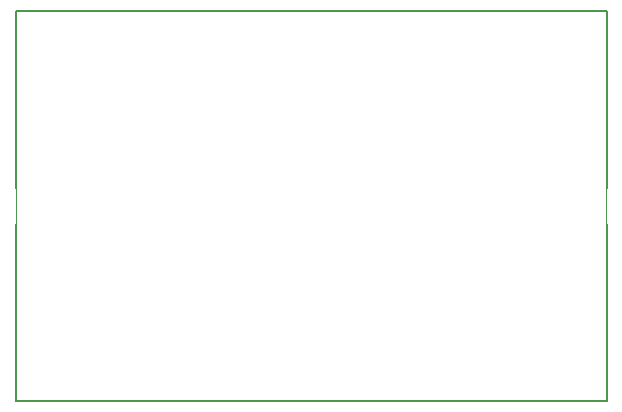
<source format=gko>
G04 #@! TF.GenerationSoftware,KiCad,Pcbnew,(6.0.0-rc1-dev-1521-g81a0ab4d7)*
G04 #@! TF.CreationDate,2019-02-16T01:33:36+09:00
G04 #@! TF.ProjectId,Linesens_mini,4c696e65-7365-46e7-935f-6d696e692e6b,rev?*
G04 #@! TF.SameCoordinates,Original*
G04 #@! TF.FileFunction,Profile,NP*
%FSLAX46Y46*%
G04 Gerber Fmt 4.6, Leading zero omitted, Abs format (unit mm)*
G04 Created by KiCad (PCBNEW (6.0.0-rc1-dev-1521-g81a0ab4d7)) date 02/16/19 01:33:36*
%MOMM*%
%LPD*%
G04 APERTURE LIST*
%ADD10C,0.050000*%
%ADD11C,0.200000*%
G04 APERTURE END LIST*
D10*
X63000000Y-71500000D02*
X63000000Y-74500001D01*
X112975000Y-71475000D02*
X112975000Y-74525000D01*
D11*
X63000000Y-56500001D02*
X63000000Y-71500000D01*
X113000000Y-56500001D02*
X63000000Y-56500001D01*
X113000000Y-71500000D02*
X113000000Y-56500001D01*
X63000000Y-74500001D02*
X63000000Y-89500000D01*
X113000000Y-89500000D02*
X113000000Y-74500001D01*
X63000000Y-89500000D02*
X113000000Y-89500000D01*
M02*

</source>
